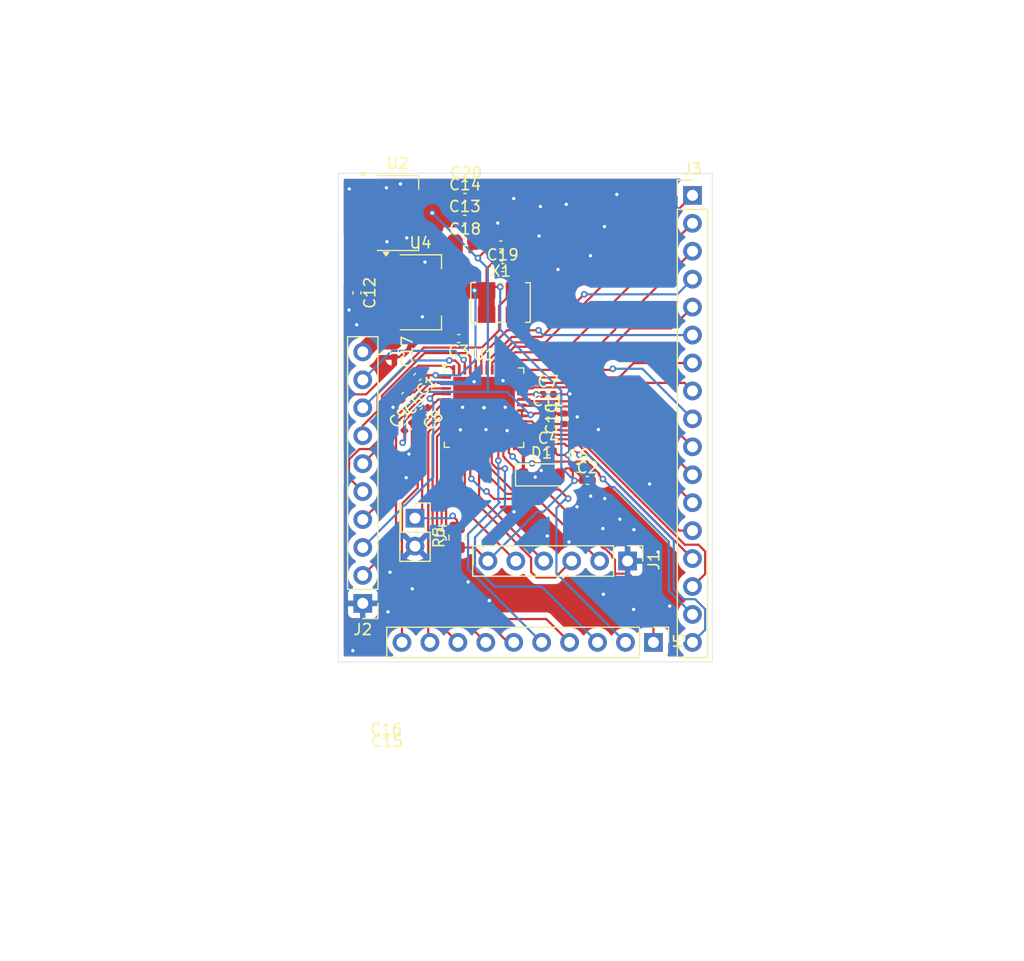
<source format=kicad_pcb>
(kicad_pcb (version 20241229) (generator "pcbnew") (generator_version "9.0")
  (layers (0 "F.Cu" signal) (2 "B.Cu" signal) (13 "F.Paste" user) (15 "B.Paste" user) (5 "F.SilkS" user "F.Silkscreen") (7 "B.SilkS" user "B.Silkscreen") (1 "F.Mask" user) (3 "B.Mask" user) (25 "Edge.Cuts" user))
  (net 0 "")
  (net 1 "GND")
  (net 2 "Net-(D1-K)")
  (net 3 "+1V2")
  (net 4 "+3V3")
  (net 5 "+5V")
  (net 6 "Net-(J1-Pin_5)")
  (net 7 "Net-(J1-Pin_2)")
  (net 8 "Net-(J1-Pin_4)")
  (net 9 "Net-(J1-Pin_3)")
  (net 10 "Net-(J2-Pin_2)")
  (net 11 "CLK")
  (net 12 "Net-(J2-Pin_8)")
  (net 13 "Net-(J2-Pin_9)")
  (net 14 "Net-(J3-Pin_1)")
  (net 15 "Net-(J3-Pin_4)")
  (net 16 "Net-(J3-Pin_9)")
  (net 17 "Net-(J3-Pin_12)")
  (net 18 "Net-(J3-Pin_15)")
  (net 19 "Net-(J3-Pin_11)")
  (net 20 "Net-(J3-Pin_16)")
  (net 21 "Net-(J3-Pin_14)")
  (net 22 "Net-(J3-Pin_2)")
  (net 23 "Net-(J3-Pin_5)")
  (net 24 "Net-(J3-Pin_17)")
  (net 25 "Net-(J3-Pin_6)")
  (net 26 "Net-(J3-Pin_13)")
  (net 27 "Net-(J3-Pin_7)")
  (net 28 "Net-(J3-Pin_3)")
  (net 29 "Net-(J3-Pin_10)")
  (net 30 "Net-(J3-Pin_8)")
  (net 31 "Net-(J4-Pin_1)")
  (net 32 "Net-(J5-Pin_2)")
  (net 33 "Net-(J5-Pin_4)")
  (net 34 "Net-(J5-Pin_7)")
  (net 35 "Net-(J5-Pin_10)")
  (net 36 "Net-(J5-Pin_9)")
  (net 37 "Net-(J5-Pin_8)")
  (net 38 "Net-(J5-Pin_6)")
  (net 39 "Net-(J5-Pin_1)")
  (net 40 "Net-(J5-Pin_3)")
  (net 41 "Net-(J5-Pin_5)")
  (net 42 "Net-(J2-Pin_5)")
  (net 43 "Net-(J2-Pin_4)")
  (net 44 "Net-(J2-Pin_6)")
  (net 45 "Net-(J2-Pin_3)")
  (footprint "Capacitor_SMD:C_0402_1005Metric" (layer "F.Cu") (at 174.83 98.75)
    (property "Reference" "C11")
    (property "Value" "10n")
  )
  (footprint "Capacitor_SMD:C_0402_1005Metric" (layer "F.Cu") (at 178.4 104.85)
    (property "Reference" "C2")
    (property "Value" "0.1u")
  )
  (footprint "Capacitor_SMD:C_0402_1005Metric" (layer "F.Cu") (at 167.25 81.1)
    (property "Reference" "C13")
    (property "Value" "0.1u")
  )
  (footprint "Capacitor_SMD:C_0402_1005Metric" (layer "F.Cu") (at 167.275 79.125)
    (property "Reference" "C14")
    (property "Value" "10u")
  )
  (footprint "Capacitor_SMD:C_0402_1005Metric" (layer "F.Cu") (at 174.825 97.025)
    (property "Reference" "C7")
    (property "Value" "10n")
  )
  (footprint "Capacitor_SMD:C_0402_1005Metric" (layer "F.Cu") (at 166.7 91.95 180)
    (property "Reference" "C3")
    (property "Value" "0.1u")
  )
  (footprint "Diode_SMD:D_SOD-123" (layer "F.Cu") (at 174.225 104.35)
    (property "Reference" "D1")
    (property "Value" "MBR130")
  )
  (footprint "Capacitor_SMD:C_0402_1005Metric" (layer "F.Cu") (at 157.45 87.8 -90)
    (property "Reference" "C12")
    (property "Value" "10u")
  )
  (footprint "Capacitor_SMD:C_0402_1005Metric" (layer "F.Cu") (at 170.605 84.55)
    (property "Reference" "C15")
    (property "Value" "0.1u")
  )
  (footprint "Oscillator:Oscillator_SMD_SeikoEpson_SG8002LB-4Pin_5.0x3.2mm" (layer "F.Cu") (at 170.5 88.675)
    (property "Reference" "X1")
    (property "Value" "MPUOSC")
  )
  (footprint "Capacitor_SMD:C_0402_1005Metric" (layer "F.Cu") (at 177.55 103.75)
    (property "Reference" "C6")
    (property "Value" "10n")
  )
  (footprint "Connector_PinHeader_2.54mm:PinHeader_1x17_P2.54mm_Vertical" (layer "F.Cu") (at 187.95 78.935)
    (property "Reference" "J3")
    (property "Value" "Conn_01x17")
  )
  (footprint "Capacitor_SMD:C_0402_1005Metric" (layer "F.Cu") (at 176.3 99.245 90)
    (property "Reference" "C10")
    (property "Value" "0.1u")
  )
  (footprint "Capacitor_SMD:C_0402_1005Metric" (layer "F.Cu") (at 170.7 85.5)
    (property "Reference" "C19")
    (property "Value" "10u")
  )
  (footprint "Capacitor_SMD:C_0402_1005Metric" (layer "F.Cu") (at 161.85 97.175 -135)
    (property "Reference" "C5")
    (property "Value" "10n")
  )
  (footprint "Capacitor_SMD:C_0402_1005Metric" (layer "F.Cu") (at 162.1 99.975 45)
    (property "Reference" "C9")
    (property "Value" "10n")
  )
  (footprint "Resistor_SMD:R_0805_2012Metric" (layer "F.Cu") (at 166.55 110.0375 90)
    (property "Reference" "R5")
    (property "Value" "10K")
  )
  (footprint "Capacitor_SMD:C_0402_1005Metric" (layer "F.Cu") (at 167.275 83.15)
    (property "Reference" "C18")
    (property "Value" "0.1u")
  )
  (footprint "Capacitor_SMD:C_0402_1005Metric" (layer "F.Cu") (at 174.85 102.175)
    (property "Reference" "C4")
    (property "Value" "0.1u")
  )
  (footprint "Package_TO_SOT_SMD:SOT-223-3_TabPin2" (layer "F.Cu") (at 161.15 80.5375)
    (property "Reference" "U2")
    (property "Value" "AZ1117-1.2")
  )
  (footprint "Connector_PinHeader_2.54mm:PinHeader_2x01_P2.54mm_Vertical" (layer "F.Cu") (at 162.725 108.285 -90)
    (property "Reference" "J4")
    (property "Value" "Conn_02x01")
  )
  (footprint "Connector_PinHeader_2.54mm:PinHeader_1x10_P2.54mm_Vertical" (layer "F.Cu") (at 184.4 119.575 -90)
    (property "Reference" "J5")
    (property "Value" "Conn_01x10")
  )
  (footprint "Package_DFN_QFN:QFN-48-1EP_7x7mm_P0.5mm_EP5.6x5.6mm" (layer "F.Cu") (at 169 98.2375)
    (property "Reference" "U1")
    (property "Value" "ICE40UP5K-SG48ITR")
  )
  (footprint "Capacitor_SMD:C_0402_1005Metric" (layer "F.Cu") (at 170.525 83.45)
    (property "Reference" "C16")
    (property "Value" "0.1u")
  )
  (footprint "Capacitor_SMD:C_0402_1005Metric" (layer "F.Cu") (at 167.37 78.025)
    (property "Reference" "C20")
    (property "Value" "10n")
  )
  (footprint "Connector_PinHeader_2.54mm:PinHeader_1x06_P2.54mm_Vertical" (layer "F.Cu") (at 182.05 112.175 -90)
    (property "Reference" "J1")
    (property "Value" "Conn_01x06")
  )
  (footprint "Capacitor_SMD:C_0402_1005Metric" (layer "F.Cu") (at 160.85 93.15 -90)
    (property "Reference" "C17")
    (property "Value" "47u")
  )
  (footprint "Capacitor_SMD:C_0402_1005Metric" (layer "F.Cu") (at 163.55 98.575 -135)
    (property "Reference" "C8")
    (property "Value" "0.1u")
  )
  (footprint "Package_TO_SOT_SMD:SOT-223-3_TabPin2" (layer "F.Cu") (at 163.225 87.75)
    (property "Reference" "U4")
    (property "Value" "AZ1117-3.3")
  )
  (footprint "Capacitor_SMD:C_0402_1005Metric" (layer "F.Cu") (at 162.95 95.45 -135)
    (property "Reference" "C1")
    (property "Value" "0.1u")
  )
  (footprint "Connector_PinHeader_2.54mm:PinHeader_1x10_P2.54mm_Vertical" (layer "F.Cu") (at 157.975 116.025 180)
    (property "Reference" "J2")
    (property "Value" "Conn_01x10")
  )
  (gr_rect (start 155.75 76.925) (end 189.75 121.35) (stroke (width 0.05)) (fill no) (layer "Edge.Cuts"))
  (segment (start 161.510589 97.514411) (end 161.412589 97.514411) (width 0.2) (layer "F.Cu") (net 1))
  (segment (start 171.085 84.55) (end 171.085 85.405) (width 0.2) (layer "F.Cu") (net 1))
  (segment (start 178.03 103.75) (end 178.03 104) (width 0.2) (layer "F.Cu") (net 1))
  (segment (start 162.610589 95.789411) (end 162.227689 95.789411) (width 0.2) (layer "F.Cu") (net 1))
  (segment (start 176.285 98.75) (end 176.3 98.765) (width 0.2) (layer "F.Cu") (net 1))
  (segment (start 158.28276 97.025) (end 156.95 97.025) (width 0.2) (layer "F.Cu") (net 1))
  (segment (start 160.85 93.63) (end 160.85 94.45776) (width 0.2) (layer "F.Cu") (net 1))
  (segment (start 178.88 106.095) (end 178.7 106.275) (width 0.2) (layer "F.Cu") (net 1))
  (segment (start 162.227689 95.789411) (end 161.3 96.7171) (width 0.2) (layer "F.Cu") (net 1))
  (segment (start 161.412589 97.514411) (end 160.727 98.2) (width 0.2) (layer "F.Cu") (net 1))
  (segment (start 177.165 98.765) (end 177.475 99.075) (width 0.2) (layer "F.Cu") (net 1))
  (segment (start 171.085 85.405) (end 171.18 85.5) (width 0.2) (layer "F.Cu") (net 1))
  (segment (start 161.3 97.303822) (end 161.510589 97.514411) (width 0.2) (layer "F.Cu") (net 1))
  (segment (start 167.85 78.025) (end 167.85 78.75) (width 0.2) (layer "F.Cu") (net 1))
  (segment (start 175.31 98.75) (end 176.285 98.75) (width 0.2) (layer "F.Cu") (net 1))
  (segment (start 176.7635 97.025) (end 176.8 96.9885) (width 0.2) (layer "F.Cu") (net 1))
  (segment (start 163.160589 98.914411) (end 162.439411 99.635589) (width 0.2) (layer "F.Cu") (net 1))
  (segment (start 162.439411 102.185589) (end 162.175 102.45) (width 0.2) (layer "F.Cu") (net 1))
  (segment (start 160.85 94.45776) (end 158.28276 97.025) (width 0.2) (layer "F.Cu") (net 1))
  (segment (start 176.3 98.765) (end 177.165 98.765) (width 0.2) (layer "F.Cu") (net 1))
  (segment (start 176.625 102.539) (end 175.694 102.539) (width 0.2) (layer "F.Cu") (net 1))
  (segment (start 168.225 79.125) (end 168.225 83.15) (width 1.5) (layer "F.Cu") (net 1))
  (segment (start 162.439411 99.635589) (end 162.439411 102.185589) (width 0.2) (layer "F.Cu") (net 1))
  (segment (start 161.295 93.63) (end 162.825 92.1) (width 0.2) (layer "F.Cu") (net 1))
  (segment (start 175.694 102.539) (end 175.33 102.175) (width 0.2) (layer "F.Cu") (net 1))
  (segment (start 161.3 96.7171) (end 161.3 97.303822) (width 0.2) (layer "F.Cu") (net 1))
  (segment (start 160.85 93.63) (end 161.295 93.63) (width 0.2) (layer "F.Cu") (net 1))
  (segment (start 178.88 104.85) (end 178.88 106.095) (width 0.2) (layer "F.Cu") (net 1))
  (segment (start 163.210589 98.914411) (end 163.160589 98.914411) (width 0.2) (layer "F.Cu") (net 1))
  (segment (start 167.85 78.75) (end 168.225 79.125) (width 0.2) (layer "F.Cu") (net 1))
  (segment (start 178.03 104) (end 178.88 104.85) (width 0.2) (layer "F.Cu") (net 1))
  (segment (start 175.305 97.025) (end 176.7635 97.025) (width 0.2) (layer "F.Cu") (net 1))
  (via (at 166.85 100.25) (size 0.6) (drill 0.3) (layers "F.Cu" "B.Cu") (net 1))
  (via (at 163.4 89.975) (size 0.6) (drill 0.3) (layers "F.Cu" "B.Cu") (net 1))
  (via (at 169 98.2375) (size 0.6) (drill 0.3) (layers "F.Cu" "B.Cu") (net 1))
  (via (at 182.625 109.325) (size 0.6) (drill 0.3) (layers "F.Cu" "B.Cu") (net 1))
  (via (at 162.175 102.45) (size 0.6) (drill 0.3) (layers "F.Cu" "B.Cu") (net 1))
  (via (at 173.65 104.55) (size 0.6) (drill 0.3) (layers "F.Cu" "B.Cu") (net 1))
  (via (at 169 98.2375) (size 0.6) (drill 0.3) (layers "F.Cu" "B.Cu") (net 1))
  (via (at 179.4 100.225) (size 0.6) (drill 0.3) (layers "F.Cu" "B.Cu") (net 1))
  (via (at 181.075 78.85) (size 0.6) (drill 0.3) (layers "F.Cu" "B.Cu") (net 1))
  (via (at 182.6 116.575) (size 0.6) (drill 0.3) (layers "F.Cu" "B.Cu") (net 1))
  (via (at 170.925 98.2) (size 0.6) (drill 0.3) (layers "F.Cu" "B.Cu") (net 1))
  (via (at 177.45 107.25) (size 0.6) (drill 0.3) (layers "F.Cu" "B.Cu") (net 1))
  (via (at 176.475 79.75) (size 0.6) (drill 0.3) (layers "F.Cu" "B.Cu") (net 1))
  (via (at 169.475 115.775) (size 0.6) (drill 0.3) (layers "F.Cu" "B.Cu") (net 1))
  (via (at 161.925 104.6) (size 0.6) (drill 0.3) (layers "F.Cu" "B.Cu") (net 1))
  (via (at 176.725 110.45) (size 0.6) (drill 0.3) (layers "F.Cu" "B.Cu") (net 1))
  (via (at 179.8 109.225) (size 0.6) (drill 0.3) (layers "F.Cu" "B.Cu") (net 1))
  (via (at 157.425 90.7) (size 0.6) (drill 0.3) (layers "F.Cu" "B.Cu") (net 1))
  (via (at 185.875 116.275) (size 0.6) (drill 0.3) (layers "F.Cu" "B.Cu") (net 1))
  (via (at 170.725 95.775) (size 0.6) (drill 0.3) (layers "F.Cu" "B.Cu") (net 1))
  (via (at 184.825 111.35) (size 0.6) (drill 0.3) (layers "F.Cu" "B.Cu") (net 1))
  (via (at 174.2 103.95) (size 0.6) (drill 0.3) (layers "F.Cu" "B.Cu") (net 1))
  (via (at 160.175 83.15) (size 0.6) (drill 0.3) (layers "F.Cu" "B.Cu") (net 1))
  (via (at 176.625 102.539) (size 0.6) (drill 0.3) (layers "F.Cu" "B.Cu") (net 1))
  (via (at 160.275 116.8) (size 0.6) (drill 0.3) (layers "F.Cu" "B.Cu") (net 1))
  (via (at 178.7 106.275) (size 0.6) (drill 0.3) (layers "F.Cu" "B.Cu") (net 1))
  (via (at 174.75 109.9) (size 0.6) (drill 0.3) (layers "F.Cu" "B.Cu") (net 1))
  (via (at 169 98.2375) (size 0.6) (drill 0.3) (layers "F.Cu" "B.Cu") (net 1))
  (via (at 171.725 107.7) (size 0.6) (drill 0.3) (layers "F.Cu" "B.Cu") (net 1))
  (via (at 157.075 120.325) (size 0.6) (drill 0.3) (layers "F.Cu" "B.Cu") (net 1))
  (via (at 170.25 81.45) (size 0.6) (drill 0.3) (layers "F.Cu" "B.Cu") (net 1))
  (via (at 160.727 98.2) (size 0.6) (drill 0.3) (layers "F.Cu" "B.Cu") (net 1))
  (via (at 171.1 100.325) (size 0.6) (drill 0.3) (layers "F.Cu" "B.Cu") (net 1))
  (via (at 181.35 108.375) (size 0.6) (drill 0.3) (layers "F.Cu" "B.Cu") (net 1))
  (via (at 162.475 114.7) (size 0.6) (drill 0.3) (layers "F.Cu" "B.Cu") (net 1))
  (via (at 163.625 85) (size 0.6) (drill 0.3) (layers "F.Cu" "B.Cu") (net 1))
  (via (at 169 98.2375) (size 0.6) (drill 0.3) (layers "F.Cu" "B.Cu") (net 1))
  (via (at 160.125 78.25) (size 0.6) (drill 0.3) (layers "F.Cu" "B.Cu") (net 1))
  (via (at 176.8 96.9885) (size 0.6) (drill 0.3) (layers "F.Cu" "B.Cu") (net 1))
  (via (at 169 98.2375) (size 0.6) (drill 0.3) (layers "F.Cu" "B.Cu") (net 1))
  (via (at 175.725 85.675) (size 0.6) (drill 0.3) (layers "F.Cu" "B.Cu") (net 1))
  (via (at 171.7 79.225) (size 0.6) (drill 0.3) (layers "F.Cu" "B.Cu") (net 1))
  (via (at 169.175 100.225) (size 0.6) (drill 0.3) (layers "F.Cu" "B.Cu") (net 1))
  (via (at 174 82.625) (size 0.6) (drill 0.3) (layers "F.Cu" "B.Cu") (net 1))
  (via (at 177.475 99.075) (size 0.6) (drill 0.3) (layers "F.Cu" "B.Cu") (net 1))
  (via (at 161.975 82.8) (size 0.6) (drill 0.3) (layers "F.Cu" "B.Cu") (net 1))
  (via (at 179.975 106.5) (size 0.6) (drill 0.3) (layers "F.Cu" "B.Cu") (net 1))
  (via (at 167.05 98.2) (size 0.6) (drill 0.3) (layers "F.Cu" "B.Cu") (net 1))
  (via (at 161.4 77.9) (size 0.6) (drill 0.3) (layers "F.Cu" "B.Cu") (net 1))
  (via (at 184.05 105.175) (size 0.6) (drill 0.3) (layers "F.Cu" "B.Cu") (net 1))
  (via (at 156.725 89.35) (size 0.6) (drill 0.3) (layers "F.Cu" "B.Cu") (net 1))
  (via (at 179.85 115.2) (size 0.6) (drill 0.3) (layers "F.Cu" "B.Cu") (net 1))
  (via (at 178.675 84.425) (size 0.6) (drill 0.3) (layers "F.Cu" "B.Cu") (net 1))
  (via (at 169 98.2375) (size 0.6) (drill 0.3) (layers "F.Cu" "B.Cu") (net 1))
  (via (at 156.75 78.35) (size 0.6) (drill 0.3) (layers "F.Cu" "B.Cu") (net 1))
  (via (at 160.45 113.2) (size 0.6) (drill 0.3) (layers "F.Cu" "B.Cu") (net 1))
  (via (at 168.1 95.875) (size 0.6) (drill 0.3) (layers "F.Cu" "B.Cu") (net 1))
  (via (at 167.55 114.075) (size 0.6) (drill 0.3) (layers "F.Cu" "B.Cu") (net 1))
  (via (at 174.125 79.95) (size 0.6) (drill 0.3) (layers "F.Cu" "B.Cu") (net 1))
  (via (at 179.95 81.775) (size 0.6) (drill 0.3) (layers "F.Cu" "B.Cu") (net 1))
  (segment (start 168.1 95.875) (end 168.082635 95.892365) (width 0.2) (layer "B.Cu") (net 1))
  (segment (start 163.167365 95.892365) (end 163.15 95.875) (width 0.2) (layer "B.Cu") (net 1))
  (segment (start 168.082635 95.892365) (end 163.167365 95.892365) (width 0.2) (layer "B.Cu") (net 1))
  (segment (start 172.575 104.35) (end 172.575 102.5) (width 0.3) (layer "F.Cu") (net 2))
  (segment (start 172.85 102.175) (end 174.37 102.175) (width 0.3) (layer "F.Cu") (net 2))
  (segment (start 172.55 102.475) (end 171.75 101.675) (width 0.3) (layer "F.Cu") (net 2))
  (segment (start 172.55 102.475) (end 172.85 102.175) (width 0.3) (layer "F.Cu") (net 2))
  (segment (start 172.575 102.5) (end 172.55 102.475) (width 0.3) (layer "F.Cu") (net 2))
  (segment (start 165.7125 79.125) (end 164.3 80.5375) (width 1.5) (layer "F.Cu") (net 3))
  (segment (start 176.3 99.725) (end 174.925 99.725) (width 0.2) (layer "F.Cu") (net 3))
  (segment (start 166.325 79.125) (end 166.325 81.075) (width 1.5) (layer "F.Cu") (net 3))
  (segment (start 162.965711 98.235589) (end 161.760589 99.440711) (width 0.2) (layer "F.Cu") (net 3))
  (segment (start 170.045 83.45) (end 169.629733 83.45) (width 0.2) (layer "F.Cu") (net 3))
  (segment (start 169.629733 83.45) (end 168.442144 84.637589) (width 0.2) (layer "F.Cu") (net 3))
  (segment (start 173.1375 98.9875) (end 172.4375 98.9875) (width 0.2) (layer "F.Cu") (net 3))
  (segment (start 165.5625 97.4875) (end 164.845173 97.4875) (width 0.2) (layer "F.Cu") (net 3))
  (segment (start 173.2375 98.8875) (end 173.4875 98.8875) (width 0.2) (layer "F.Cu") (net 3))
  (segment (start 173.2375 98.8875) (end 173.1375 98.9875) (width 0.2) (layer "F.Cu") (net 3))
  (segment (start 164.845173 97.4875) (end 164.097084 98.235589) (width 0.2) (layer "F.Cu") (net 3))
  (segment (start 166.325 79.125) (end 165.7125 79.125) (width 1.5) (layer "F.Cu") (net 3))
  (segment (start 166.325 81.075) (end 166.3 81.1) (width 1.5) (layer "F.Cu") (net 3))
  (segment (start 164.097084 98.235589) (end 163.889411 98.235589) (width 0.2) (layer "F.Cu") (net 3))
  (segment (start 166.3 81.1) (end 164.8625 81.1) (width 1.5) (layer "F.Cu") (net 3))
  (segment (start 164.8625 81.1) (end 164.3 80.5375) (width 1.5) (layer "F.Cu") (net 3))
  (segment (start 173.4875 98.8875) (end 173.625 98.75) (width 0.2) (layer "F.Cu") (net 3))
  (segment (start 161.760589 101.264411) (end 161.6 101.425) (width 0.2) (layer "F.Cu") (net 3))
  (segment (start 161.760589 99.440711) (end 161.760589 100.314411) (width 0.2) (layer "F.Cu") (net 3))
  (segment (start 174.35 99.15) (end 174.35 98.75) (width 0.2) (layer "F.Cu") (net 3))
  (segment (start 174.925 99.725) (end 174.35 99.15) (width 0.2) (layer "F.Cu") (net 3))
  (segment (start 166.89 78.025) (end 166.89 78.56) (width 0.2) (layer "F.Cu") (net 3))
  (segment (start 163.889411 98.235589) (end 162.965711 98.235589) (width 0.2) (layer "F.Cu") (net 3))
  (segment (start 172.4375 98.9875) (end 172.4375 98.4875) (width 0.2) (layer "F.Cu") (net 3))
  (segment (start 164.3 80.5375) (end 158 80.5375) (width 1.5) (layer "F.Cu") (net 3))
  (segment (start 173.625 98.75) (end 174.35 98.75) (width 0.2) (layer "F.Cu") (net 3))
  (segment (start 166.89 78.56) (end 166.325 79.125) (width 0.2) (layer "F.Cu") (net 3))
  (segment (start 161.760589 100.314411) (end 161.760589 101.264411) (width 0.2) (layer "F.Cu") (net 3))
  (via (at 173.2375 98.8875) (size 0.6) (drill 0.3) (layers "F.Cu" "B.Cu") (net 3))
  (via (at 161.6 101.425) (size 0.6) (drill 0.3) (layers "F.Cu" "B.Cu") (net 3))
  (via (at 164.3 80.5375) (size 0.6) (drill 0.3) (layers "F.Cu" "B.Cu") (net 3))
  (via (at 168.442144 84.637589) (size 0.6) (drill 0.3) (layers "F.Cu" "B.Cu") (net 3))
  (segment (start 161.825 101.2) (end 161.825 98.325) (width 0.2) (layer "B.Cu") (net 3))
  (segment (start 173.1875 98.8875) (end 171.1 96.8) (width 0.2) (layer "B.Cu") (net 3))
  (segment (start 161.825 98.325) (end 163.35 96.8) (width 0.2) (layer "B.Cu") (net 3))
  (segment (start 169.35 96.8) (end 169.35 85.5875) (width 0.2) (layer "B.Cu") (net 3))
  (segment (start 171.1 96.8) (end 169.35 96.8) (width 0.2) (layer "B.Cu") (net 3))
  (segment (start 163.35 96.8) (end 169.35 96.8) (width 0.2) (layer "B.Cu") (net 3))
  (segment (start 169.35 85.5875) (end 164.3 80.5375) (width 0.2) (layer "B.Cu") (net 3))
  (segment (start 161.6 101.425) (end 161.825 101.2) (width 0.2) (layer "B.Cu") (net 3))
  (segment (start 173.2375 98.8875) (end 173.1875 98.8875) (width 0.2) (layer "B.Cu") (net 3))
  (segment (start 170.901 102.801057) (end 170.901 102.851) (width 0.2) (layer "F.Cu") (net 4))
  (segment (start 169.23 87.575) (end 168.125 87.575) (width 1.5) (layer "F.Cu") (net 4))
  (segment (start 172.12489 105.25) (end 175.675 105.25) (width 0.2) (layer "F.Cu") (net 4))
  (segment (start 167.265 91.95) (end 167.265 88.64) (width 0.2) (layer "F.Cu") (net 4))
  (segment (start 170.901 102.851) (end 171.7 103.65) (width 0.2) (layer "F.Cu") (net 4))
  (segment (start 173.75 97.025) (end 172.475 97.025) (width 0.2) (layer "F.Cu") (net 4))
  (segment (start 162.664411 96.835589) (end 163.95 95.55) (width 0.2) (layer "F.Cu") (net 4))
  (segment (start 169.555 87.25) (end 169.23 87.575) (width 0.2) (layer "F.Cu") (net 4))
  (segment (start 157.401 83.4365) (end 157.401 86.076) (width 1.5) (layer "F.Cu") (net 4))
  (segment (start 177.07 103.75) (end 176.475 103.75) (width 0.2) (layer "F.Cu") (net 4))
  (segment (start 176.475 103.75) (end 175.875 104.35) (width 0.2) (layer "F.Cu") (net 4))
  (segment (start 159.075 87.75) (end 160.075 87.75) (width 1.5) (layer "F.Cu") (net 4))
  (segment (start 163.95 95.291365) (end 163.470187 95.291365) (width 0.2) (layer "F.Cu") (net 4))
  (segment (start 177.07 104.72) (end 177.225 104.875) (width 0.2) (layer "F.Cu") (net 4))
  (segment (start 164.7875 95.4875) (end 165.5625 95.4875) (width 0.2) (layer "F.Cu") (net 4))
  (segment (start 164.591365 95.291365) (end 163.95 95.291365) (width 0.2) (layer "F.Cu") (net 4))
  (segment (start 177.92 104.85) (end 177.92 104.6) (width 0.2) (layer "F.Cu") (net 4))
  (segment (start 177.92 104.6) (end 177.07 103.75) (width 0.2) (layer "F.Cu") (net 4))
  (segment (start 157.401 86.076) (end 159.075 87.75) (width 1.5) (layer "F.Cu") (net 4))
  (segment (start 170.469998 87.25) (end 169.555 87.25) (width 0.2) (layer "F.Cu") (net 4))
  (segment (start 169.35 112.175) (end 168.125 110.95) (width 0.2) (layer "F.Cu") (net 4))
  (segment (start 168.125 110.95) (end 166.55 110.95) (width 0.2) (layer "F.Cu") (net 4))
  (segment (start 177.92 104.85) (end 177.25 104.85) (width 0.2) (layer "F.Cu") (net 4))
  (segment (start 170.125 84.7225) (end 169.23 85.6175) (width 0.2) (layer "F.Cu") (net 4))
  (segment (start 170.75 101.675) (end 170.75 102.650057) (width 0.2) (layer "F.Cu") (net 4))
  (segment (start 163.470187 95.291365) (end 163.289411 95.110589) (width 0.2) (layer "F.Cu") (net 4))
  (segment (start 164.591365 95.291365) (end 164.7875 95.4875) (width 0.2) (layer "F.Cu") (net 4))
  (segment (start 175.675 105.25) (end 175.875 105.05) (width 0.2) (layer "F.Cu") (net 4))
  (segment (start 170.125 84.55) (end 170.125 84.7225) (width 0.2) (layer "F.Cu") (net 4))
  (segment (start 162.189411 96.835589) (end 162.664411 96.835589) (width 0.2) (layer "F.Cu") (net 4))
  (segment (start 171.7 104.82511) (end 172.12489 105.25) (width 0.2) (layer "F.Cu") (net 4))
  (segment (start 174.345 97.025) (end 173.75 97.025) (width 0.2) (layer "F.Cu") (net 4))
  (segment (start 169.23 89.775) (end 169.23 87.575) (width 1.5) (layer "F.Cu") (net 4))
  (segment (start 177.07 103.75) (end 177.07 104.72) (width 0.2) (layer "F.Cu") (net 4))
  (segment (start 170.22 84.645) (end 170.125 84.55) (width 0.2) (layer "F.Cu") (net 4))
  (segment (start 166.325 87.7) (end 166.375 87.75) (width 1.5) (layer "F.Cu") (net 4))
  (segment (start 168.125 87.575) (end 166.55 87.575) (width 1.5) (layer "F.Cu") (net 4))
  (segment (start 160.075 87.75) (end 166.375 87.75) (width 1.5) (layer "F.Cu") (net 4))
  (segment (start 170.22 85.5) (end 170.22 84.645) (width 0.2) (layer "F.Cu") (net 4))
  (segment (start 166.55 87.575) (end 166.375 87.75) (width 1.5) (layer "F.Cu") (net 4))
  (segment (start 172.475 97.025) (end 172.4375 96.9875) (width 0.2) (layer "F.Cu") (net 4))
  (segment (start 163.95 95.55) (end 163.95 95.291365) (width 0.2) (layer "F.Cu") (net 4))
  (segment (start 169.23 85.6175) (end 169.23 87.575) (width 0.2) (layer "F.Cu") (net 4))
  (segment (start 177.25 104.85) (end 177.225 104.875) (width 0.2) (layer "F.Cu") (net 4))
  (segment (start 171.7 103.65) (end 171.7 104.82511) (width 0.2) (layer "F.Cu") (net 4))
  (segment (start 166.325 83.15) (end 166.325 87.7) (width 1.5) (layer "F.Cu") (net 4))
  (segment (start 175.875 105.05) (end 175.875 104.35) (width 0.2) (layer "F.Cu") (net 4))
  (segment (start 167.265 88.64) (end 166.375 87.75) (width 0.2) (layer "F.Cu") (net 4))
  (segment (start 158 82.8375) (end 157.401 83.4365) (width 1.5) (layer "F.Cu") (net 4))
  (segment (start 170.75 102.650057) (end 170.901 102.801057) (width 0.2) (layer "F.Cu") (net 4))
  (via (at 173.75 97.025) (size 0.6) (drill 0.3) (layers "F.Cu" "B.Cu") (net 4))
  (via (at 170.469998 87.25) (size 0.6) (drill 0.3) (layers "F.Cu" "B.Cu") (net 4))
  (via (at 168.125 87.575) (size 0.6) (drill 0.3) (layers "F.Cu" "B.Cu") (net 4))
  (via (at 177.225 104.875) (size 0.6) (drill 0.3) (layers "F.Cu" "B.Cu") (net 4))
  (via (at 164.591365 95.291365) (size 0.6) (drill 0.3) (layers "F.Cu" "B.Cu") (net 4))
  (segment (start 168.225 87.675) (end 168.125 87.575) (width 0.2) (layer "B.Cu") (net 4))
  (segment (start 175.85 97.025) (end 176.025 96.85) (width 0.2) (layer "B.Cu") (net 4))
  (segment (start 177.225 104.875) (end 174.4 107.7) (width 0.2) (layer "B.Cu") (net 4))
  (segment (start 173.75 97.025) (end 175.85 97.025) (width 0.2) (layer "B.Cu") (net 4))
  (segment (start 176.025 103.675) (end 176.025 96.85) (width 0.2) (layer "B.Cu") (net 4))
  (segment (start 176.025 96.7) (end 170.469998 91.144998) (width 0.2) (layer "B.Cu") (net 4))
  (segment (start 174.4 107.7) (end 173.825 107.7) (width 0.2) (layer "B.Cu") (net 4))
  (segment (start 170.469998 91.144998) (end 170.469998 87.25) (width 0.2) (layer "B.Cu") (net 4))
  (segment (start 164.591365 95.291365) (end 166.808635 95.291365) (width 0.2) (layer "B.Cu") (net 4))
  (segment (start 166.808635 95.291365) (end 168.225 93.875) (width 0.2) (layer "B.Cu") (net 4))
  (segment (start 176.025 96.85) (end 176.025 96.7) (width 0.2) (layer "B.Cu") (net 4))
  (segment (start 173.825 107.7) (end 169.35 112.175) (width 0.2) (layer "B.Cu") (net 4))
  (segment (start 168.225 93.875) (end 168.225 87.675) (width 0.2) (layer "B.Cu") (net 4))
  (segment (start 177.225 104.875) (end 176.025 103.675) (width 0.2) (layer "B.Cu") (net 4))
  (segment (start 158.94 92.2) (end 160.85 92.2) (width 1.5) (layer "F.Cu") (net 5))
  (segment (start 158.94 92.2) (end 160.075 91.065) (width 1.5) (layer "F.Cu") (net 5))
  (segment (start 157.975 93.165) (end 158.94 92.2) (width 1.5) (layer "F.Cu") (net 5))
  (segment (start 160.075 91.065) (end 160.075 90.05) (width 1.5) (layer "F.Cu") (net 5))
  (segment (start 171.89 112.175) (end 166.75 107.035) (width 0.2) (layer "F.Cu") (net 6))
  (segment (start 166.75 107.035) (end 166.75 101.675) (width 0.2) (layer "F.Cu") (net 6))
  (segment (start 167.75 104.6) (end 167.75 101.675) (width 0.2) (layer "F.Cu") (net 7))
  (segment (start 179.51 112.175) (end 173.86 106.525) (width 0.2) (layer "F.Cu") (net 7))
  (segment (start 173.86 106.525) (end 169.9 106.525) (width 0.2) (layer "F.Cu") (net 7))
  (segment (start 169.9 106.525) (end 169.225 105.85) (width 0.2) (layer "F.Cu") (net 7))
  (segment (start 167.85 104.7) (end 167.75 104.6) (width 0.2) (layer "F.Cu") (net 7))
  (via (at 167.85 104.7) (size 0.6) (drill 0.3) (layers "F.Cu" "B.Cu") (net 7))
  (via (at 169.225 105.85) (size 0.6) (drill 0.3) (layers "F.Cu" "B.Cu") (net 7))
  (segment (start 169 105.85) (end 167.85 104.7) (width 0.2) (layer "B.Cu") (net 7))
  (segment (start 169.225 105.85) (end 169 105.85) (width 0.2) (layer "B.Cu") (net 7))
  (segment (start 168.25 103.8421) (end 168.25 101.675) (width 0.2) (layer "F.Cu") (net 8))
  (segment (start 168.55 104.1421) (end 168.25 103.8421) (width 0.2) (layer "F.Cu") (net 8))
  (segment (start 174.43 112.175) (end 168.55 106.295) (width 0.2) (layer "F.Cu") (net 8))
  (segment (start 168.55 106.295) (end 168.55 104.1421) (width 0.2) (layer "F.Cu") (net 8))
  (segment (start 173.775 113.675) (end 173.279 113.179) (width 0.2) (layer "F.Cu") (net 9))
  (segment (start 173.279 113.179) (end 173.279 111.879) (width 0.2) (layer "F.Cu") (net 9))
  (segment (start 173.279 111.879) (end 167.25 105.85) (width 0.2) (layer "F.Cu") (net 9))
  (segment (start 167.25 105.85) (end 167.25 101.675) (width 0.2) (layer "F.Cu") (net 9))
  (segment (start 176.97 112.175) (end 175.47 113.675) (width 0.2) (layer "F.Cu") (net 9))
  (segment (start 175.47 113.675) (end 173.775 113.675) (width 0.2) (layer "F.Cu") (net 9))
  (segment (start 164.1467 96.4875) (end 165.5625 96.4875) (width 0.2) (layer "F.Cu") (net 10))
  (segment (start 161 110.46) (end 161 99.6342) (width 0.2) (layer "F.Cu") (net 10))
  (segment (start 157.975 113.485) (end 161 110.46) (width 0.2) (layer "F.Cu") (net 10))
  (segment (start 161 99.6342) (end 164.1467 96.4875) (width 0.2) (layer "F.Cu") (net 10))
  (segment (start 168.25 92.775) (end 168.8 92.775) (width 0.2) (layer "F.Cu") (net 11))
  (segment (start 163.575 92.775) (end 168.25 92.775) (width 0.2) (layer "F.Cu") (net 11))
  (segment (start 170.375 88.97) (end 171.77 87.575) (width 0.2) (layer "F.Cu") (net 11))
  (segment (start 159.325 98.52276) (end 159.325 96.975) (width 0.2) (layer "F.Cu") (net 11))
  (segment (start 157.975 99.87276) (end 159.325 98.52276) (width 0.2) (layer "F.Cu") (net 11))
  (segment (start 168.25 92.775) (end 168.25 94.8) (width 0.2) (layer "F.Cu") (net 11))
  (segment (start 170.375 91.2) (end 170.375 88.97) (width 0.2) (layer "F.Cu") (net 11))
  (segment (start 157.975 100.785) (end 157.975 99.87276) (width 0.2) (layer "F.Cu") (net 11))
  (segment (start 159.325 96.975) (end 163.55 92.75) (width 0.2) (layer "F.Cu") (net 11))
  (segment (start 163.55 92.75) (end 163.575 92.775) (width 0.2) (layer "F.Cu") (net 11))
  (segment (start 168.8 92.775) (end 170.375 91.2) (width 0.2) (layer "F.Cu") (net 11))
  (segment (start 166.75 94.324943) (end 166.365772 93.940715) (width 0.2) (layer "F.Cu") (net 12))
  (segment (start 166.365772 93.940715) (end 165.840715 93.940715) (width 0.2) (layer "F.Cu") (net 12))
  (segment (start 166.75 94.8) (end 166.75 94.324943) (width 0.2) (layer "F.Cu") (net 12))
  (via (at 165.840715 93.940715) (size 0.6) (drill 0.3) (layers "F.Cu" "B.Cu") (net 12))
  (segment (start 165.840715 93.940715) (end 162.279285 93.940715) (width 0.2) (layer "B.Cu") (net 12))
  (segment (start 162.279285 93.940715) (end 157.975 98.245) (width 0.2) (layer "B.Cu") (net 12))
  (segment (start 167.25 93.975) (end 167.15 93.875) (width 0.2) (layer "F.Cu") (net 13))
  (segment (start 167.25 94.8) (end 167.25 93.975) (width 0.2) (layer "F.Cu") (net 13))
  (via (at 167.15 93.875) (size 0.6) (drill 0.3) (layers "F.Cu" "B.Cu") (net 13))
  (segment (start 166.35 93.075) (end 160.605 93.075) (width 0.2) (layer "B.Cu") (net 13))
  (segment (start 160.605 93.075) (end 157.975 95.705) (width 0.2) (layer "B.Cu") (net 13))
  (segment (start 167.15 93.875) (end 166.35 93.075) (width 0.2) (layer "B.Cu") (net 13))
  (segment (start 171.596402 92.299) (end 174.586 92.299) (width 0.2) (layer "F.Cu") (net 14))
  (segment (start 169.75 94.145402) (end 171.596402 92.299) (width 0.2) (layer "F.Cu") (net 14))
  (segment (start 174.586 92.299) (end 187.95 78.935) (width 0.2) (layer "F.Cu") (net 14))
  (segment (start 169.75 94.8) (end 169.75 94.145402) (width 0.2) (layer "F.Cu") (net 14))
  (segment (start 171.528302 91.8) (end 174.23647 91.8) (width 0.2) (layer "F.Cu") (net 15))
  (segment (start 174.23647 91.8) (end 178.105735 87.930735) (width 0.2) (layer "F.Cu") (net 15))
  (segment (start 169.25 94.078302) (end 171.528302 91.8) (width 0.2) (layer "F.Cu") (net 15))
  (segment (start 169.25 94.8) (end 169.25 94.078302) (width 0.2) (layer "F.Cu") (net 15))
  (via (at 178.105735 87.930735) (size 0.6) (drill 0.3) (layers "F.Cu" "B.Cu") (net 15))
  (segment (start 178.105735 87.930735) (end 186.574265 87.930735) (width 0.2) (layer "B.Cu") (net 15))
  (segment (start 186.574265 87.930735) (end 187.95 86.555) (width 0.2) (layer "B.Cu") (net 15))
  (segment (start 180.6 94.8) (end 180.7 94.7) (width 0.2) (layer "F.Cu") (net 16))
  (segment (start 171.75 94.8) (end 180.6 94.8) (width 0.2) (layer "F.Cu") (net 16))
  (via (at 180.7 94.7) (size 0.6) (drill 0.3) (layers "F.Cu" "B.Cu") (net 16))
  (segment (start 180.7 94.7) (end 183.395 94.7) (width 0.2) (layer "B.Cu") (net 16))
  (segment (start 183.395 94.7) (end 187.95 99.255) (width 0.2) (layer "B.Cu") (net 16))
  (segment (start 173.786443 98.0615) (end 172.5115 98.0615) (width 0.2) (layer "F.Cu") (net 17))
  (segment (start 172.5115 98.0615) (end 172.4375 97.9875) (width 0.2) (layer "F.Cu") (net 17))
  (segment (start 173.849943 98.125) (end 173.786443 98.0615) (width 0.2) (layer "F.Cu") (net 17))
  (segment (start 187.95 106.88) (end 179.195 98.125) (width 0.2) (layer "F.Cu") (net 17))
  (segment (start 179.195 98.125) (end 173.849943 98.125) (width 0.2) (layer "F.Cu") (net 17))
  (segment (start 189.101 111.301) (end 189.101 113.349) (width 0.2) (layer "F.Cu") (net 18))
  (segment (start 175.77035 100.7) (end 175.77735 100.707) (width 0.2) (layer "F.Cu") (net 18))
  (segment (start 173.925 100.7) (end 175.77035 100.7) (width 0.2) (layer "F.Cu") (net 18))
  (segment (start 187.25355 110.69645) (end 188.49645 110.69645) (width 0.2) (layer "F.Cu") (net 18))
  (segment (start 176.82965 100.7) (end 177.2571 100.7) (width 0.2) (layer "F.Cu") (net 18))
  (segment (start 177.2571 100.7) (end 187.25355 110.69645) (width 0.2) (layer "F.Cu") (net 18))
  (segment (start 189.101 113.349) (end 187.95 114.5) (width 0.2) (layer "F.Cu") (net 18))
  (segment (start 173.2125 99.9875) (end 173.925 100.7) (width 0.2) (layer "F.Cu") (net 18))
  (segment (start 175.77735 100.707) (end 176.82265 100.707) (width 0.2) (layer "F.Cu") (net 18))
  (segment (start 176.82265 100.707) (end 176.82965 100.7) (width 0.2) (layer "F.Cu") (net 18))
  (segment (start 172.4375 99.9875) (end 173.2125 99.9875) (width 0.2) (layer "F.Cu") (net 18))
  (segment (start 188.49645 110.69645) (end 189.101 111.301) (width 0.2) (layer "F.Cu") (net 18))
  (segment (start 187.95 104.34) (end 181.26 97.65) (width 0.2) (layer "F.Cu") (net 19))
  (segment (start 172.45 97.475) (end 172.4375 97.4875) (width 0.2) (layer "F.Cu") (net 19))
  (segment (start 173.275 97.65) (end 173.1 97.475) (width 0.2) (layer "F.Cu") (net 19))
  (segment (start 181.26 97.65) (end 173.275 97.65) (width 0.2) (layer "F.Cu") (net 19))
  (segment (start 173.1 97.475) (end 172.45 97.475) (width 0.2) (layer "F.Cu") (net 19))
  (segment (start 171.25 102.325) (end 171.25 101.675) (width 0.2) (layer "F.Cu") (net 20))
  (segment (start 179.461 104.24345) (end 178.35655 103.139) (width 0.2) (layer "F.Cu") (net 20))
  (segment (start 179.461 104.36743) (end 179.461 104.24345) (width 0.2) (layer "F.Cu") (net 20))
  (segment (start 179.809285 104.715715) (end 179.461 104.36743) (width 0.2) (layer "F.Cu") (net 20))
  (segment (start 178.35655 103.139) (end 174.836 103.139) (width 0.2) (layer "F.Cu") (net 20))
  (segment (start 174.836 103.139) (end 174.675 103.3) (width 0.2) (layer "F.Cu") (net 20))
  (segment (start 171.6 102.675) (end 171.25 102.325) (width 0.2) (layer "F.Cu") (net 20))
  (segment (start 174.675 103.3) (end 173.375 103.3) (width 0.2) (layer "F.Cu") (net 20))
  (via (at 171.6 102.675) (size 0.6) (drill 0.3) (layers "F.Cu" "B.Cu") (net 20))
  (via (at 173.375 103.3) (size 0.6) (drill 0.3) (layers "F.Cu" "B.Cu") (net 20))
  (via (at 179.809285 104.715715) (size 0.6) (drill 0.3) (layers "F.Cu" "B.Cu") (net 20))
  (segment (start 172.225 103.3) (end 171.6 102.675) (width 0.2) (layer "B.Cu") (net 20))
  (segment (start 185.8 110.425) (end 185.8 114.875) (width 0.2) (layer "B.Cu") (net 20))
  (segment (start 179.809285 104.715715) (end 180.54357 105.45) (width 0.2) (layer "B.Cu") (net 20))
  (segment (start 173.375 103.3) (end 172.225 103.3) (width 0.2) (layer "B.Cu") (net 20))
  (segment (start 187.95 117.025) (end 187.95 117.035) (width 0.2) (layer "B.Cu") (net 20))
  (segment (start 185.8 114.875) (end 187.95 117.025) (width 0.2) (layer "B.Cu") (net 20))
  (segment (start 180.54357 105.45) (end 180.825 105.45) (width 0.2) (layer "B.Cu") (net 20))
  (segment (start 180.825 105.45) (end 185.8 110.425) (width 0.2) (layer "B.Cu") (net 20))
  (segment (start 173.7579 101.1) (end 173.7589 101.101) (width 0.2) (layer "F.Cu") (net 21))
  (segment (start 173.7589 101.101) (end 175.60425 101.101) (width 0.2) (layer "F.Cu") (net 21))
  (segment (start 175.60425 101.101) (end 175.61125 101.108) (width 0.2) (layer "F.Cu") (net 21))
  (segment (start 173.0375 100.4875) (end 173.65 101.1) (width 0.2) (layer "F.Cu") (net 21))
  (segment (start 172.4375 100.4875) (end 173.0375 100.4875) (width 0.2) (layer "F.Cu") (net 21))
  (segment (start 177.091 101.101) (end 187.95 111.96) (width 0.2) (layer "F.Cu") (net 21))
  (segment (start 173.65 101.1) (end 173.7579 101.1) (width 0.2) (layer "F.Cu") (net 21))
  (segment (start 176.99575 101.101) (end 177.091 101.101) (width 0.2) (layer "F.Cu") (net 21))
  (segment (start 175.61125 101.108) (end 176.98875 101.108) (width 0.2) (layer "F.Cu") (net 21))
  (segment (start 176.98875 101.108) (end 176.99575 101.101) (width 0.2) (layer "F.Cu") (net 21))
  (segment (start 170.25 94.212502) (end 171.762502 92.7) (width 0.2) (layer "F.Cu") (net 22))
  (segment (start 171.762502 92.7) (end 176.725 92.7) (width 0.2) (layer "F.Cu") (net 22))
  (segment (start 176.725 92.7) (end 187.95 81.475) (width 0.2) (layer "F.Cu") (net 22))
  (segment (start 170.25 94.8) (end 170.25 94.212502) (width 0.2) (layer "F.Cu") (net 22))
  (segment (start 171.25 94.346702) (end 171.696702 93.9) (width 0.2) (layer "F.Cu") (net 23))
  (segment (start 171.696702 93.9) (end 179.425 93.9) (width 0.2) (layer "F.Cu") (net 23))
  (segment (start 179.425 93.9) (end 182.3 91.025) (width 0.2) (layer "F.Cu") (net 23))
  (segment (start 186.02 91.025) (end 187.95 89.095) (width 0.2) (layer "F.Cu") (net 23))
  (segment (start 182.3 91.025) (end 186.02 91.025) (width 0.2) (layer "F.Cu") (net 23))
  (segment (start 171.25 94.8) (end 171.25 94.346702) (width 0.2) (layer "F.Cu") (net 23))
  (segment (start 176.508 101.708) (end 176.325 101.525) (width 0.2) (layer "F.Cu") (net 24))
  (segment (start 176.325 101.525) (end 172.975 101.525) (width 0.2) (layer "F.Cu") (net 24))
  (segment (start 176.84947 101.708) (end 176.508 101.708) (width 0.2) (layer "F.Cu") (net 24))
  (segment (start 177.670735 102.529265) (end 176.84947 101.708) (width 0.2) (layer "F.Cu") (net 24))
  (segment (start 172.975 101.525) (end 172.4375 100.9875) (width 0.2) (layer "F.Cu") (net 24))
  (via (at 177.670735 102.529265) (size 0.6) (drill 0.3) (layers "F.Cu" "B.Cu") (net 24))
  (segment (start 188.18876 115.646) (end 189.101 116.55824) (width 0.2) (layer "B.Cu") (net 24))
  (segment (start 187.171 115.646) (end 188.18876 115.646) (width 0.2) (layer "B.Cu") (net 24))
  (segment (start 178.471365 102.529265) (end 186.25 110.3079) (width 0.2) (layer "B.Cu") (net 24))
  (segment (start 189.101 116.55824) (end 189.101 118.424) (width 0.2) (layer "B.Cu") (net 24))
  (segment (start 189.101 118.424) (end 187.95 119.575) (width 0.2) (layer "B.Cu") (net 24))
  (segment (start 186.25 110.3079) (end 186.25 114.725) (width 0.2) (layer "B.Cu") (net 24))
  (segment (start 177.670735 102.529265) (end 178.471365 102.529265) (width 0.2) (layer "B.Cu") (net 24))
  (segment (start 186.25 114.725) (end 187.171 115.646) (width 0.2) (layer "B.Cu") (net 24))
  (segment (start 171.1 91.2) (end 168.75 93.55) (width 0.2) (layer "F.Cu") (net 25))
  (segment (start 173.95 91.2) (end 171.1 91.2) (width 0.2) (layer "F.Cu") (net 25))
  (segment (start 168.75 93.55) (end 168.75 94.8) (width 0.2) (layer "F.Cu") (net 25))
  (via (at 173.95 91.2) (size 0.6) (drill 0.3) (layers "F.Cu" "B.Cu") (net 25))
  (segment (start 173.95 91.2) (end 174.385 91.635) (width 0.2) (layer "B.Cu") (net 25))
  (segment (start 174.385 91.635) (end 187.95 91.635) (width 0.2) (layer "B.Cu") (net 25))
  (segment (start 176.65655 100.306) (end 176.71255 100.25) (width 0.2) (layer "F.Cu") (net 26))
  (segment (start 175.88745 100.25) (end 175.94345 100.306) (width 0.2) (layer "F.Cu") (net 26))
  (segment (start 175.94345 100.306) (end 176.65655 100.306) (width 0.2) (layer "F.Cu") (net 26))
  (segment (start 176.71255 100.25) (end 177.6 100.25) (width 0.2) (layer "F.Cu") (net 26))
  (segment (start 177.6 100.25) (end 186.765 109.415) (width 0.2) (layer "F.Cu") (net 26))
  (segment (start 174.1095 100.25) (end 175.88745 100.25) (width 0.2) (layer "F.Cu") (net 26))
  (segment (start 172.4375 99.4875) (end 173.347 99.4875) (width 0.2) (layer "F.Cu") (net 26))
  (segment (start 186.765 109.415) (end 187.95 109.415) (width 0.2) (layer "F.Cu") (net 26))
  (segment (start 173.347 99.4875) (end 174.1095 100.25) (width 0.2) (layer "F.Cu") (net 26))
  (segment (start 181.2875 95.4875) (end 182.595 94.18) (width 0.2) (layer "F.Cu") (net 27))
  (segment (start 172.4375 95.4875) (end 181.2875 95.4875) (width 0.2) (layer "F.Cu") (net 27))
  (segment (start 182.595 94.18) (end 187.95 94.18) (width 0.2) (layer "F.Cu") (net 27))
  (segment (start 170.75 94.8) (end 170.75 94.279602) (width 0.2) (layer "F.Cu") (net 28))
  (segment (start 180.925 91.04) (end 187.95 84.015) (width 0.2) (layer "F.Cu") (net 28))
  (segment (start 171.829602 93.2) (end 178.85 93.2) (width 0.2) (layer "F.Cu") (net 28))
  (segment (start 170.75 94.279602) (end 171.829602 93.2) (width 0.2) (layer "F.Cu") (net 28))
  (segment (start 180.925 91.125) (end 180.925 91.04) (width 0.2) (layer "F.Cu") (net 28))
  (segment (start 178.85 93.2) (end 180.925 91.125) (width 0.2) (layer "F.Cu") (net 28))
  (segment (start 182.5385 96.3885) (end 187.95 101.8) (width 0.2) (layer "F.Cu") (net 29))
  (segment (start 173.401 96.4875) (end 173.5 96.3885) (width 0.2) (layer "F.Cu") (net 29))
  (segment (start 172.4375 96.4875) (end 173.401 96.4875) (width 0.2) (layer "F.Cu") (net 29))
  (segment (start 173.5 96.3885) (end 182.5385 96.3885) (width 0.2) (layer "F.Cu") (net 29))
  (segment (start 172.4375 95.9875) (end 187.2175 95.9875) (width 0.2) (layer "F.Cu") (net 30))
  (segment (start 187.2175 95.9875) (end 187.95 96.72) (width 0.2) (layer "F.Cu") (net 30))
  (segment (start 163.375 100.4329) (end 163.375 107.635) (width 0.2) (layer "F.Cu") (net 31))
  (segment (start 166.55 109.125) (end 166.55 108.475) (width 0.2) (layer "F.Cu") (net 31))
  (segment (start 165.5625 98.9875) (end 164.8204 98.9875) (width 0.2) (layer "F.Cu") (net 31))
  (segment (start 163.375 107.635) (end 162.725 108.285) (width 0.2) (layer "F.Cu") (net 31))
  (segment (start 166.55 108.475) (end 166.15 108.075) (width 0.2) (layer "F.Cu") (net 31))
  (segment (start 164.8204 98.9875) (end 163.375 100.4329) (width 0.2) (layer "F.Cu") (net 31))
  (via (at 166.15 108.075) (size 0.6) (drill 0.3) (layers "F.Cu" "B.Cu") (net 31))
  (segment (start 165.94 108.285) (end 162.725 108.285) (width 0.2) (layer "B.Cu") (net 31))
  (segment (start 166.15 108.075) (end 165.94 108.285) (width 0.2) (layer "B.Cu") (net 31))
  (segment (start 171.507957 105.675) (end 169.275 103.442043) (width 0.2) (layer "F.Cu") (net 32))
  (segment (start 169.275 103.35) (end 169.25 103.325) (width 0.2) (layer "F.Cu") (net 32))
  (segment (start 175.825 105.675) (end 171.507957 105.675) (width 0.2) (layer "F.Cu") (net 32))
  (segment (start 176.65 106.5) (end 175.825 105.675) (width 0.2) (layer "F.Cu") (net 32))
  (segment (start 169.25 103.325) (end 169.25 101.675) (width 0.2) (layer "F.Cu") (net 32))
  (segment (start 169.275 103.442043) (end 169.275 103.35) (width 0.2) (layer "F.Cu") (net 32))
  (via (at 176.65 106.5) (size 0.6) (drill 0.3) (layers "F.Cu" "B.Cu") (net 32))
  (segment (start 176.425 106.5) (end 176.65 106.5) (width 0.2) (layer "B.Cu") (net 32))
  (segment (start 176.45 106.5) (end 176.65 106.5) (width 0.2) (layer "B.Cu") (net 32))
  (segment (start 175.581 113.296) (end 175.581 107.369) (width 0.2) (layer "B.Cu") (net 32))
  (segment (start 181.86 119.575) (end 175.581 113.296) (width 0.2) (layer "B.Cu") (net 32))
  (segment (start 175.581 107.369) (end 176.45 106.5) (width 0.2) (layer "B.Cu") (net 32))
  (segment (start 176.78 119.575) (end 176.525 119.575) (width 0.2) (layer "F.Cu") (net 33))
  (segment (start 165.55 112.996033) (end 165.55 102.375) (width 0.2) (layer "F.Cu") (net 33))
  (segment (start 165.55 102.375) (end 166.25 101.675) (width 0.2) (layer "F.Cu") (net 33))
  (segment (start 176.78 119.575) (end 174.655 117.45) (width 0.2) (layer "F.Cu") (net 33))
  (segment (start 170.003967 117.45) (end 165.55 112.996033) (width 0.2) (layer "F.Cu") (net 33))
  (segment (start 174.655 117.45) (end 170.003967 117.45) (width 0.2) (layer "F.Cu") (net 33))
  (segment (start 165.109202 100.4875) (end 165.5625 100.4875) (width 0.2) (layer "F.Cu") (net 34))
  (segment (start 164.725 115.14) (end 164.725 100.871702) (width 0.2) (layer "F.Cu") (net 34))
  (segment (start 164.725 100.871702) (end 165.109202 100.4875) (width 0.2) (layer "F.Cu") (net 34))
  (segment (start 169.16 119.575) (end 164.725 115.14) (width 0.2) (layer "F.Cu") (net 34))
  (segment (start 161.54 106.975) (end 161.54 119.575) (width 0.2) (layer "F.Cu") (net 35))
  (segment (start 165.109202 97.9875) (end 164.725 98.371702) (width 0.2) (layer "F.Cu") (net 35))
  (segment (start 164.725 98.45) (end 162.974 100.201) (width 0.2) (layer "F.Cu") (net 35))
  (segment (start 165.5625 97.9875) (end 165.109202 97.9875) (width 0.2) (layer "F.Cu") (net 35))
  (segment (start 164.725 98.371702) (end 164.725 98.45) (width 0.2) (layer "F.Cu") (net 35))
  (segment (start 162.974 105.541) (end 161.54 106.975) (width 0.2) (layer "F.Cu") (net 35))
  (segment (start 162.974 100.201) (end 162.974 105.541) (width 0.2) (layer "F.Cu") (net 35))
  (segment (start 163.925 119.42) (end 163.925 117.4471) (width 0.2) (layer "F.Cu") (net 36))
  (segment (start 163.923 114.792) (end 163.923 100.539502) (width 0.2) (layer "F.Cu") (net 36))
  (segment (start 163.925 100.45) (end 164.8875 99.4875) (width 0.2) (layer "F.Cu") (net 36))
  (segment (start 163.749 117.2711) (end 163.749 114.966) (width 0.2) (layer "F.Cu") (net 36))
  (segment (start 163.925 100.537502) (end 163.925 100.45) (width 0.2) (layer "F.Cu") (net 36))
  (segment (start 163.749 114.966) (end 163.923 114.792) (width 0.2) (layer "F.Cu") (net 36))
  (segment (start 163.923 100.539502) (end 163.925 100.537502) (width 0.2) (layer "F.Cu") (net 36))
  (segment (start 163.925 117.4471) (end 163.749 117.2711) (width 0.2) (layer "F.Cu") (net 36))
  (segment (start 164.08 119.575) (end 163.925 119.42) (width 0.2) (layer "F.Cu") (net 36))
  (segment (start 164.8875 99.4875) (end 165.5625 99.4875) (width 0.2) (layer "F.Cu") (net 36))
  (segment (start 166.62 119.575) (end 164.15 117.105) (width 0.2) (layer "F.Cu") (net 37))
  (segment (start 164.324 100.705602) (end 165.042102 99.9875) (width 0.2) (layer "F.Cu") (net 37))
  (segment (start 164.324 114.9581) (end 164.324 100.705602) (width 0.2) (layer "F.Cu") (net 37))
  (segment (start 164.15 117.105) (end 164.15 115.1321) (width 0.2) (layer "F.Cu") (net 37))
  (segment (start 165.042102 99.9875) (end 165.5625 99.9875) (width 0.2) (layer "F.Cu") (net 37))
  (segment (start 164.15 115.1321) (end 164.324 114.9581) (width 0.2) (layer "F.Cu") (net 37))
  (segment (start 171.175 119.575) (end 165.15 113.55) (width 0.2) (layer "F.Cu") (net 38))
  (segment (start 165.15 101.4) (end 165.5625 100.9875) (width 0.2) (layer "F.Cu") (net 38))
  (segment (start 171.7 119.575) (end 171.175 119.575) (width 0.2) (layer "F.Cu") (net 38))
  (segment (start 165.15 113.55) (end 165.15 101.4) (width 0.2) (layer "F.Cu") (net 38))
  (segment (start 179.98676 111.024) (end 180.661 111.69824) (width 0.2) (layer "F.Cu") (net 39))
  (segment (start 180.661 111.69824) (end 180.661 111.836) (width 0.2) (layer "F.Cu") (net 39))
  (segment (start 182.151 113.326) (end 184.4 115.575) (width 0.2) (layer "F.Cu") (net 39))
  (segment (start 180.899 113.326) (end 182.151 113.326) (width 0.2) (layer "F.Cu") (net 39))
  (segment (start 174.9 106.075) (end 179.849 111.024) (width 0.2) (layer "F.Cu") (net 39))
  (segment (start 168.75 103.775) (end 171.05 106.075) (width 0.2) (layer "F.Cu") (net 39))
  (segment (start 168.75 101.675) (end 168.75 103.775) (width 0.2) (layer "F.Cu") (net 39))
  (segment (start 184.4 115.575) (end 184.4 119.575) (width 0.2) (layer "F.Cu") (net 39))
  (segment (start 179.849 111.024) (end 179.98676 111.024) (width 0.2) (layer "F.Cu") (net 39))
  (segment (start 180.661 111.836) (end 180.899 112.074) (width 0.2) (layer "F.Cu") (net 39))
  (segment (start 180.899 112.074) (end 180.899 113.326) (width 0.2) (layer "F.Cu") (net 39))
  (segment (start 171.05 106.075) (end 174.9 106.075) (width 0.2) (layer "F.Cu") (net 39))
  (segment (start 169.699 101.726) (end 169.699 103.298943) (width 0.2) (layer "F.Cu") (net 40))
  (segment (start 169.75 101.675) (end 169.699 101.726) (width 0.2) (layer "F.Cu") (net 40))
  (segment (start 169.699 103.298943) (end 170.175057 103.775) (width 0.2) (layer "F.Cu") (net 40))
  (segment (start 170.175057 103.775) (end 170.9 103.775) (width 0.2) (layer "F.Cu") (net 40))
  (via (at 170.9 103.775) (size 0.6) (drill 0.3) (layers "F.Cu" "B.Cu") (net 40))
  (segment (start 174.245 114.5) (end 179.32 119.575) (width 0.2) (layer "B.Cu") (net 40))
  (segment (start 168.175 112.725) (end 169.95 114.5) (width 0.2) (layer "B.Cu") (net 40))
  (segment (start 170.9 103.775) (end 170.9 107.3) (width 0.2) (layer "B.Cu") (net 40))
  (segment (start 168.175 110.025) (end 168.175 112.725) (width 0.2) (layer "B.Cu") (net 40))
  (segment (start 170.9 107.3) (end 168.175 110.025) (width 0.2) (layer "B.Cu") (net 40))
  (segment (start 169.95 114.5) (end 174.245 114.5) (width 0.2) (layer "B.Cu") (net 40))
  (segment (start 170.3 103.05) (end 170.3 101.725) (width 0.2) (layer "F.Cu") (net 41))
  (segment (start 170.3 101.725) (end 170.25 101.675) (width 0.2) (layer "F.Cu") (net 41))
  (via (at 170.3 103.05) (size 0.6) (drill 0.3) (layers "F.Cu" "B.Cu") (net 41))
  (segment (start 170.3 106.725) (end 170.3 103.05) (width 0.2) (layer "B.Cu") (net 41))
  (segment (start 167.55 112.885) (end 167.55 109.725) (width 0.2) (layer "B.Cu") (net 41))
  (segment (start 167.55 109.725) (end 170.425 106.85) (width 0.2) (layer "B.Cu") (net 41))
  (segment (start 174.24 119.575) (end 167.55 112.885) (width 0.2) (layer "B.Cu") (net 41))
  (segment (start 170.425 106.85) (end 170.3 106.725) (width 0.2) (layer "B.Cu") (net 41))
  (segment (start 167.75 93.6) (end 167.75 94.8) (width 0.2) (layer "F.Cu") (net 42))
  (segment (start 156.725 104.615) (end 156.725 102.94724) (width 0.2) (layer "F.Cu") (net 42))
  (segment (start 157.67224 102) (end 158.625 102) (width 0.2) (layer "F.Cu") (net 42))
  (segment (start 159.5 101.125) (end 159.5 98.9671) (width 0.2) (layer "F.Cu") (net 42))
  (segment (start 157.975 105.865) (end 156.725 104.615) (width 0.2) (layer "F.Cu") (net 42))
  (segment (start 159.726 98.7411) (end 159.726 97.1411) (width 0.2) (layer "F.Cu") (net 42))
  (segment (start 163.5921 93.275) (end 167.425 93.275) (width 0.2) (layer "F.Cu") (net 42))
  (segment (start 159.726 97.1411) (end 163.5921 93.275) (width 0.2) (layer "F.Cu") (net 42))
  (segment (start 158.625 102) (end 159.5 101.125) (width 0.2) (layer "F.Cu") (net 42))
  (segment (start 156.725 102.94724) (end 157.67224 102) (width 0.2) (layer "F.Cu") (net 42))
  (segment (start 167.425 93.275) (end 167.75 93.6) (width 0.2) (layer "F.Cu") (net 42))
  (segment (start 159.5 98.9671) (end 159.726 98.7411) (width 0.2) (layer "F.Cu") (net 42))
  (segment (start 160.45 105.93) (end 160.45 99.6171) (width 0.2) (layer "F.Cu") (net 43))
  (segment (start 164.0796 95.9875) (end 165.5625 95.9875) (width 0.2) (layer "F.Cu") (net 43))
  (segment (start 160.45 99.6171) (end 164.0796 95.9875) (width 0.2) (layer "F.Cu") (net 43))
  (segment (start 157.975 108.405) (end 160.45 105.93) (width 0.2) (layer "F.Cu") (net 43))
  (segment (start 160.127 97.323) (end 163.025 94.425) (width 0.2) (layer "F.Cu") (net 44))
  (segment (start 165.591772 94.541715) (end 165.991715 94.541715) (width 0.2) (layer "F.Cu") (net 44))
  (segment (start 165.475057 94.425) (end 165.591772 94.541715) (width 0.2) (layer "F.Cu") (net 44))
  (segment (start 160 101.3) (end 160 99.0342) (width 0.2) (layer "F.Cu") (net 44))
  (segment (start 160 99.0342) (end 160.127 98.9072) (width 0.2) (layer "F.Cu") (net 44))
  (segment (start 157.975 103.325) (end 160 101.3) (width 0.2) (layer "F.Cu") (net 44))
  (segment (start 165.991715 94.541715) (end 166.25 94.8) (width 0.2) (layer "F.Cu") (net 44))
  (segment (start 160.127 98.9072) (end 160.127 97.323) (width 0.2) (layer "F.Cu") (net 44))
  (segment (start 163.025 94.425) (end 165.475057 94.425) (width 0.2) (layer "F.Cu") (net 44))
  (segment (start 164.49523 96.9875) (end 165.5625 96.9875) (width 0.2) (layer "F.Cu") (net 45))
  (segment (start 164.074621 97.408109) (end 164.49523 96.9875) (width 0.2) (layer "F.Cu") (net 45))
  (via (at 164.074621 97.408109) (size 0.6) (drill 0.3) (layers "F.Cu" "B.Cu") (net 45))
  (segment (start 164.385115 104.534885) (end 161.786 107.134) (width 0.2) (layer "B.Cu") (net 45))
  (segment (start 164.385115 97.718603) (end 164.385115 104.534885) (width 0.2) (layer "B.Cu") (net 45))
  (segment (start 161.574 107.346) (end 157.975 110.945) (width 0.2) (layer "B.Cu") (net 45))
  (segment (start 161.574 107.134) (end 161.574 107.346) (width 0.2) (layer "B.Cu") (net 45))
  (segment (start 164.074621 97.408109) (end 164.385115 97.718603) (width 0.2) (layer "B.Cu") (net 45))
  (segment (start 161.786 107.134) (end 161.574 107.134) (width 0.2) (layer "B.Cu") (net 45))
  (zone (net 1) (net_name "GND") (layers "F.Cu" "B.Cu") (connect_pads (clearance 0.5)) (min_thickness 0.25) (fill yes (thermal_gap 0.5) (thermal_bridge_width 0.5))
    (polygon (pts (xy 194.575 71.925) (xy 142.175 61.175) (xy 144.975 125.75) (xy 218.1 148.575) (xy 194.8 72.2) (xy 194.6 71.95)))
  )
)
</source>
